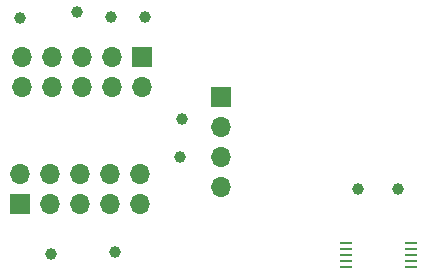
<source format=gbr>
%TF.GenerationSoftware,KiCad,Pcbnew,5.1.8-db9833491~88~ubuntu20.04.1*%
%TF.CreationDate,2021-01-09T18:38:11-05:00*%
%TF.ProjectId,v2.1_breakout,76322e31-5f62-4726-9561-6b6f75742e6b,rev?*%
%TF.SameCoordinates,Original*%
%TF.FileFunction,Soldermask,Top*%
%TF.FilePolarity,Negative*%
%FSLAX46Y46*%
G04 Gerber Fmt 4.6, Leading zero omitted, Abs format (unit mm)*
G04 Created by KiCad (PCBNEW 5.1.8-db9833491~88~ubuntu20.04.1) date 2021-01-09 18:38:11*
%MOMM*%
%LPD*%
G01*
G04 APERTURE LIST*
%ADD10C,1.000000*%
%ADD11O,1.700000X1.700000*%
%ADD12R,1.700000X1.700000*%
%ADD13R,1.100000X0.250000*%
G04 APERTURE END LIST*
D10*
%TO.C,TP10*%
X52700000Y-168300000D03*
%TD*%
%TO.C,TP9*%
X49500000Y-148000000D03*
%TD*%
%TO.C,TP8*%
X47300000Y-168500000D03*
%TD*%
%TO.C,TP7*%
X44700000Y-148500000D03*
%TD*%
%TO.C,TP6*%
X76700000Y-163000000D03*
%TD*%
%TO.C,TP5*%
X73300000Y-163000000D03*
%TD*%
%TO.C,TP4*%
X58400000Y-157100000D03*
%TD*%
%TO.C,TP3*%
X55300000Y-148400000D03*
%TD*%
%TO.C,TP2*%
X58200000Y-160300000D03*
%TD*%
%TO.C,TP1*%
X52400000Y-148400000D03*
%TD*%
D11*
%TO.C,J4*%
X61700000Y-162820000D03*
X61700000Y-160280000D03*
X61700000Y-157740000D03*
D12*
X61700000Y-155200000D03*
%TD*%
D11*
%TO.C,J3*%
X54860000Y-161760000D03*
X54860000Y-164300000D03*
X52320000Y-161760000D03*
X52320000Y-164300000D03*
X49780000Y-161760000D03*
X49780000Y-164300000D03*
X47240000Y-161760000D03*
X47240000Y-164300000D03*
X44700000Y-161760000D03*
D12*
X44700000Y-164300000D03*
%TD*%
D13*
%TO.C,J2*%
X77750000Y-167600000D03*
X77750000Y-168100000D03*
X77750000Y-168600000D03*
X77750000Y-169100000D03*
X77750000Y-169600000D03*
X72250000Y-167600000D03*
X72250000Y-168100000D03*
X72250000Y-168600000D03*
X72250000Y-169100000D03*
X72250000Y-169600000D03*
%TD*%
D11*
%TO.C,J1*%
X44810000Y-154340000D03*
X44810000Y-151800000D03*
X47350000Y-154340000D03*
X47350000Y-151800000D03*
X49890000Y-154340000D03*
X49890000Y-151800000D03*
X52430000Y-154340000D03*
X52430000Y-151800000D03*
X54970000Y-154340000D03*
D12*
X54970000Y-151800000D03*
%TD*%
M02*

</source>
